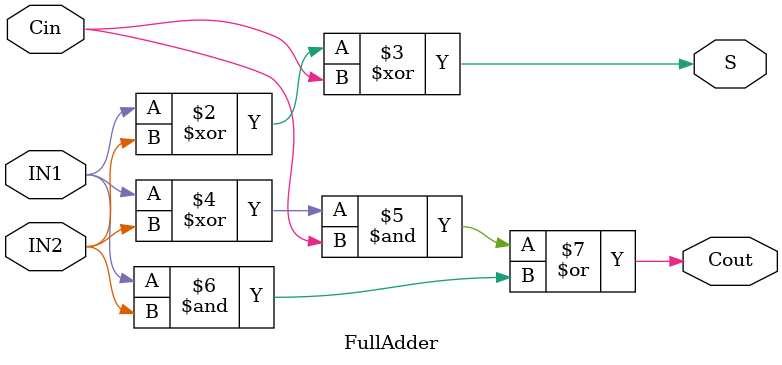
<source format=v>
`timescale 1ns / 1ps

module FullAdder(
    input IN1,
    input IN2,
    input Cin,
    output reg S,
    output reg Cout
    );
    
    always @(IN1 or IN2 or Cin)
        begin 
            S = IN1 ^ IN2 ^ Cin;
            Cout = ((IN1^IN2)&Cin) | (IN1&IN2);
        end
        
endmodule

</source>
